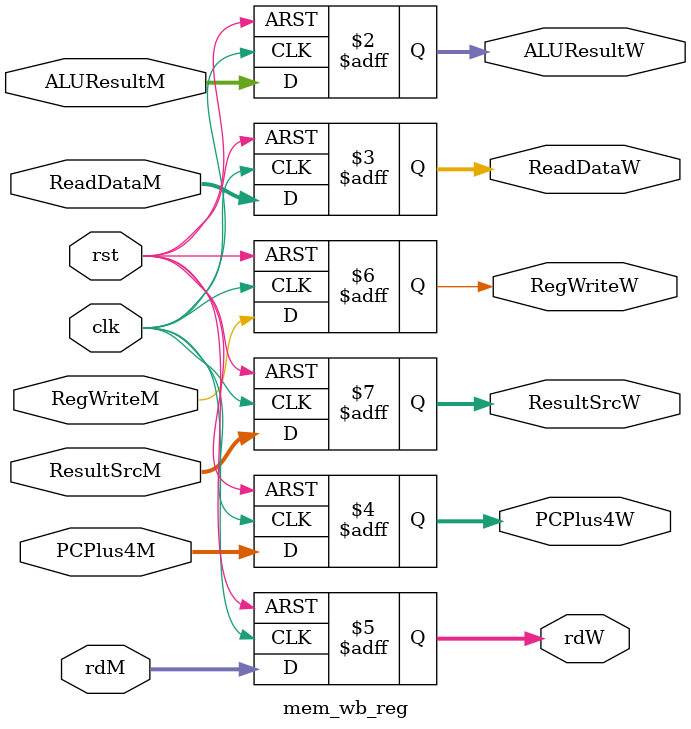
<source format=sv>
module mem_wb_reg (
    input  logic        clk,
    input  logic        rst,
    
    // Data inputs from MEM stage
    input  logic [31:0] ALUResultM,    // ALU result from MEM stage
    input  logic [31:0] ReadDataM,     // Data read from memory
    input  logic [31:0] PCPlus4M,      // PC+4 for JAL/JALR return address
    input  logic [4:0]  rdM,           // Destination register address
    
    // Control inputs from MEM stage
    input  logic        RegWriteM,     // Register write enable
    input  logic [1:0]  ResultSrcM,    
    
    // Data outputs to WB stage
    output logic [31:0] ALUResultW,
    output logic [31:0] ReadDataW,
    output logic [31:0] PCPlus4W,
    output logic [4:0]  rdW,
    
    // Control outputs to WB stage
    output logic        RegWriteW,
    output logic [1:0]  ResultSrcW
);

    always_ff @(posedge clk or posedge rst) begin
        if (rst) begin
            // On reset, clear all pipeline registers
            ALUResultW <= 32'b0;
            ReadDataW  <= 32'b0;
            PCPlus4W   <= 32'b0;
            rdW        <= 5'b0;
            
            RegWriteW  <= 1'b0;
            ResultSrcW <= 2'b00;
        end 
        else begin
            // Normal operation: pass data from MEM to WB
            ALUResultW <= ALUResultM;
            ReadDataW  <= ReadDataM;
            PCPlus4W   <= PCPlus4M;
            rdW        <= rdM;
            
            RegWriteW  <= RegWriteM;
            ResultSrcW <= ResultSrcM;
        end
    end

endmodule

</source>
